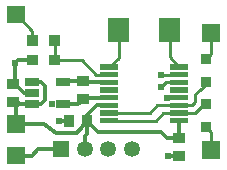
<source format=gtl>
G04 Layer: TopLayer*
G04 EasyEDA v6.4.7, 2021-01-18T10:53:27+01:00*
G04 59e0d5d531bc4477b05e4d448ace7ff7,8dc9eacff13444d6b60fd3cb587e6cd5,05*
G04 Gerber Generator version 0.2*
G04 Scale: 100 percent, Rotated: No, Reflected: No *
G04 Dimensions in inches *
G04 leading zeros omitted , absolute positions ,2 integer and 4 decimal *
%FSLAX24Y24*%
%MOIN*%
G90*
D02*

%ADD10C,0.010000*%
%ADD11C,0.009840*%
%ADD12C,0.014000*%
%ADD13C,0.024000*%
%ADD18R,0.035433X0.035433*%
%ADD19R,0.040000X0.036000*%
%ADD20R,0.036000X0.040000*%
%ADD21R,0.053150X0.053150*%
%ADD22C,0.053150*%

%LPD*%
G54D11*
G01X5920Y2214D02*
G01X6339Y2214D01*
G01X6450Y2325D01*
G01X6450Y2575D01*
G01X6800Y2875D01*
G01X6800Y3000D01*
G54D12*
G01X2700Y2424D02*
G01X2743Y2467D01*
G01X3594Y2467D01*
G01X2550Y2250D02*
G01X2700Y2400D01*
G01X2700Y2424D01*
G01X2043Y2250D02*
G01X2550Y2250D01*
G01X2700Y3025D02*
G01X2747Y2979D01*
G01X3594Y2979D01*
G01X2043Y2998D02*
G01X2070Y3025D01*
G01X2700Y3025D01*
G01X1900Y1675D02*
G01X2249Y1675D01*
G01X470Y1605D02*
G01X1412Y1605D01*
G01X1800Y1275D01*
G01X2500Y1275D01*
G01X2850Y1675D01*
G01X3200Y1325D01*
G01X5300Y1325D01*
G01X5500Y1125D01*
G01X5900Y1125D01*
G01X5550Y525D02*
G01X5899Y525D01*
G01X5900Y524D01*
G01X5900Y1125D02*
G01X5917Y1143D01*
G01X5917Y1699D01*
G01X450Y3625D02*
G01X550Y3725D01*
G01X1025Y3725D01*
G01X379Y2925D02*
G01X450Y2995D01*
G01X450Y3625D01*
G01X1012Y2624D02*
G01X750Y2624D01*
G01X449Y2925D01*
G01X379Y2925D01*
G01X379Y2324D02*
G01X474Y2229D01*
G01X474Y1602D01*
G01X474Y538D02*
G01X1006Y538D01*
G01X1212Y744D01*
G01X1980Y744D01*
G01X1012Y2250D02*
G01X600Y2250D01*
G01X526Y2324D01*
G01X379Y2324D01*
G01X1012Y2250D02*
G01X1330Y2250D01*
G01X1458Y2378D01*
G01X1458Y2851D01*
G01X1311Y2998D01*
G01X1012Y2998D01*
G01X1010Y2625D02*
G01X1000Y2635D01*
G54D11*
G01X1774Y3725D02*
G01X2669Y3725D01*
G01X3159Y3234D01*
G01X3594Y3234D01*
G01X1774Y4375D02*
G01X1774Y4375D01*
G01X1774Y3725D01*
G01X474Y5242D02*
G01X1025Y4691D01*
G01X1025Y4375D01*
G01X6800Y3749D02*
G01X6989Y3938D01*
G01X6989Y4633D01*
G01X6800Y1500D02*
G01X6989Y1311D01*
G01X6989Y716D01*
G01X5917Y1955D02*
G01X6450Y1955D01*
G01X6743Y2249D01*
G01X6800Y2249D01*
G01X3589Y1955D02*
G01X4933Y1955D01*
G01X5189Y2214D01*
G01X5920Y2214D01*
G01X3594Y1699D02*
G01X5139Y1699D01*
G01X5395Y1955D01*
G01X5917Y1955D01*
G01X5317Y3234D02*
G01X5917Y3234D01*
G01X5317Y2821D02*
G01X5474Y2979D01*
G01X5917Y2979D01*
G54D10*
G01X3594Y3490D02*
G01X3900Y3795D01*
G01X3900Y4725D01*
G01X5917Y3490D02*
G01X5600Y3808D01*
G01X5600Y4725D01*
G54D12*
G01X2767Y1551D02*
G01X2767Y1592D01*
G01X2850Y1675D01*
G01X2850Y1880D01*
G01X3181Y2211D01*
G01X3594Y2211D01*
G01X2767Y744D02*
G01X2767Y1187D01*
G01X2850Y1270D01*
G01X2850Y1675D01*
G01X2856Y1669D01*
G01X2856Y1571D01*
G54D11*
G01X5504Y2467D02*
G01X5917Y2467D01*
G36*
G01X3299Y3579D02*
G01X3890Y3579D01*
G01X3890Y3402D01*
G01X3299Y3402D01*
G01X3299Y3579D01*
G37*
G36*
G01X3299Y3323D02*
G01X3890Y3323D01*
G01X3890Y3146D01*
G01X3299Y3146D01*
G01X3299Y3323D01*
G37*
G36*
G01X3299Y3067D02*
G01X3890Y3067D01*
G01X3890Y2890D01*
G01X3299Y2890D01*
G01X3299Y3067D01*
G37*
G36*
G01X3299Y2811D02*
G01X3890Y2811D01*
G01X3890Y2634D01*
G01X3299Y2634D01*
G01X3299Y2811D01*
G37*
G36*
G01X3299Y2555D02*
G01X3890Y2555D01*
G01X3890Y2378D01*
G01X3299Y2378D01*
G01X3299Y2555D01*
G37*
G36*
G01X3299Y2299D02*
G01X3890Y2299D01*
G01X3890Y2122D01*
G01X3299Y2122D01*
G01X3299Y2299D01*
G37*
G36*
G01X3299Y2043D02*
G01X3890Y2043D01*
G01X3890Y1866D01*
G01X3299Y1866D01*
G01X3299Y2043D01*
G37*
G36*
G01X3299Y1788D02*
G01X3890Y1788D01*
G01X3890Y1610D01*
G01X3299Y1610D01*
G01X3299Y1788D01*
G37*
G36*
G01X5622Y1788D02*
G01X6212Y1788D01*
G01X6212Y1610D01*
G01X5622Y1610D01*
G01X5622Y1788D01*
G37*
G36*
G01X5622Y2043D02*
G01X6212Y2043D01*
G01X6212Y1866D01*
G01X5622Y1866D01*
G01X5622Y2043D01*
G37*
G36*
G01X5622Y2299D02*
G01X6212Y2299D01*
G01X6212Y2122D01*
G01X5622Y2122D01*
G01X5622Y2299D01*
G37*
G36*
G01X5622Y2555D02*
G01X6212Y2555D01*
G01X6212Y2378D01*
G01X5622Y2378D01*
G01X5622Y2555D01*
G37*
G36*
G01X5622Y2811D02*
G01X6212Y2811D01*
G01X6212Y2634D01*
G01X5622Y2634D01*
G01X5622Y2811D01*
G37*
G36*
G01X5622Y3067D02*
G01X6212Y3067D01*
G01X6212Y2890D01*
G01X5622Y2890D01*
G01X5622Y3067D01*
G37*
G36*
G01X5622Y3323D02*
G01X6212Y3323D01*
G01X6212Y3146D01*
G01X5622Y3146D01*
G01X5622Y3323D01*
G37*
G36*
G01X5622Y3579D02*
G01X6212Y3579D01*
G01X6212Y3402D01*
G01X5622Y3402D01*
G01X5622Y3579D01*
G37*
G36*
G01X771Y3126D02*
G01X1252Y3126D01*
G01X1252Y2870D01*
G01X771Y2870D01*
G01X771Y3126D01*
G37*
G36*
G01X771Y2752D02*
G01X1252Y2752D01*
G01X1252Y2496D01*
G01X771Y2496D01*
G01X771Y2752D01*
G37*
G36*
G01X771Y2378D02*
G01X1252Y2378D01*
G01X1252Y2122D01*
G01X771Y2122D01*
G01X771Y2378D01*
G37*
G36*
G01X1803Y2378D02*
G01X2283Y2378D01*
G01X2283Y2122D01*
G01X1803Y2122D01*
G01X1803Y2378D01*
G37*
G36*
G01X1803Y3126D02*
G01X2283Y3126D01*
G01X2283Y2870D01*
G01X1803Y2870D01*
G01X1803Y3126D01*
G37*
G36*
G01X179Y5538D02*
G01X769Y5538D01*
G01X769Y4947D01*
G01X179Y4947D01*
G01X179Y5538D01*
G37*
G36*
G01X179Y1897D02*
G01X769Y1897D01*
G01X769Y1307D01*
G01X179Y1307D01*
G01X179Y1897D01*
G37*
G36*
G01X179Y833D02*
G01X769Y833D01*
G01X769Y242D01*
G01X179Y242D01*
G01X179Y833D01*
G37*
G36*
G01X6694Y4928D02*
G01X7284Y4928D01*
G01X7284Y4338D01*
G01X6694Y4338D01*
G01X6694Y4928D01*
G37*
G36*
G01X6694Y1011D02*
G01X7284Y1011D01*
G01X7284Y420D01*
G01X6694Y420D01*
G01X6694Y1011D01*
G37*
G36*
G01X3550Y5125D02*
G01X4250Y5125D01*
G01X4250Y4325D01*
G01X3550Y4325D01*
G01X3550Y5125D01*
G37*
G36*
G01X5250Y5125D02*
G01X5950Y5125D01*
G01X5950Y4325D01*
G01X5250Y4325D01*
G01X5250Y5125D01*
G37*
G54D18*
G01X6800Y3749D03*
G01X6800Y3000D03*
G01X6800Y2249D03*
G01X6800Y1500D03*
G36*
G01X848Y4552D02*
G01X1203Y4552D01*
G01X1203Y4197D01*
G01X848Y4197D01*
G01X848Y4552D01*
G37*
G36*
G01X1596Y4552D02*
G01X1951Y4552D01*
G01X1951Y4197D01*
G01X1596Y4197D01*
G01X1596Y4552D01*
G37*
G36*
G01X848Y3902D02*
G01X1203Y3902D01*
G01X1203Y3547D01*
G01X848Y3547D01*
G01X848Y3902D01*
G37*
G36*
G01X1596Y3902D02*
G01X1951Y3902D01*
G01X1951Y3547D01*
G01X1596Y3547D01*
G01X1596Y3902D01*
G37*
G54D19*
G01X379Y2925D03*
G01X379Y2324D03*
G01X2700Y2424D03*
G01X2700Y3025D03*
G54D20*
G01X2249Y1675D03*
G01X2850Y1675D03*
G54D19*
G01X5900Y524D03*
G01X5900Y1125D03*
G54D21*
G01X1980Y744D03*
G54D22*
G01X2767Y744D03*
G01X3555Y744D03*
G01X4342Y744D03*
G54D13*
G01X5504Y2467D03*
G01X5550Y525D03*
G01X450Y3625D03*
G01X1900Y1675D03*
G01X1685Y2250D03*
G01X5317Y3234D03*
G01X5317Y2821D03*
M00*
M02*

</source>
